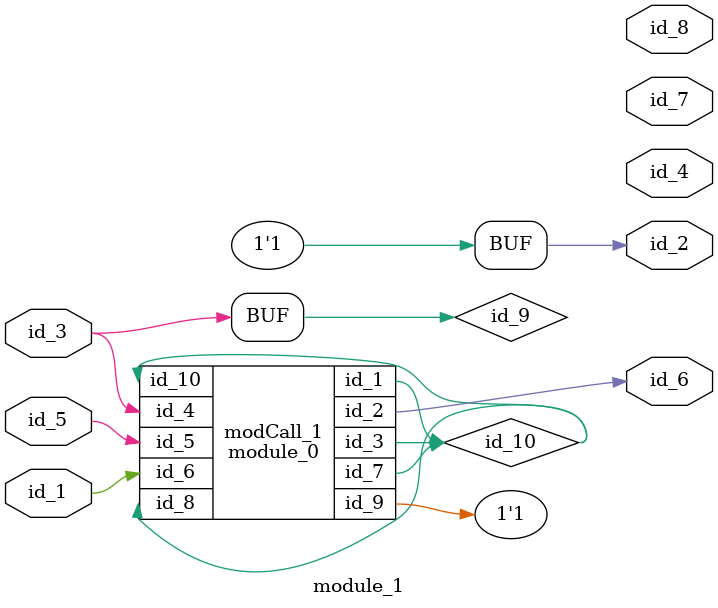
<source format=v>
module module_0 (
    id_1,
    id_2,
    id_3,
    id_4,
    id_5,
    id_6,
    id_7,
    id_8,
    id_9,
    id_10
);
  input wire id_10;
  output wire id_9;
  input wire id_8;
  inout wire id_7;
  input wire id_6;
  input wire id_5;
  input wire id_4;
  output wire id_3;
  output wire id_2;
  inout wire id_1;
  assign id_2 = id_4;
endmodule
module module_1 (
    id_1,
    id_2,
    id_3,
    id_4,
    id_5,
    id_6,
    id_7,
    id_8
);
  output wire id_8;
  output wire id_7;
  output wire id_6;
  input wire id_5;
  output wire id_4;
  inout wire id_3;
  output wire id_2;
  inout wire id_1;
  assign id_2 = 1;
  wire id_9 = id_3;
  assign id_2 = 1;
  wire id_10;
  module_0 modCall_1 (
      id_10,
      id_6,
      id_10,
      id_9,
      id_5,
      id_1,
      id_10,
      id_10,
      id_2,
      id_10
  );
endmodule

</source>
